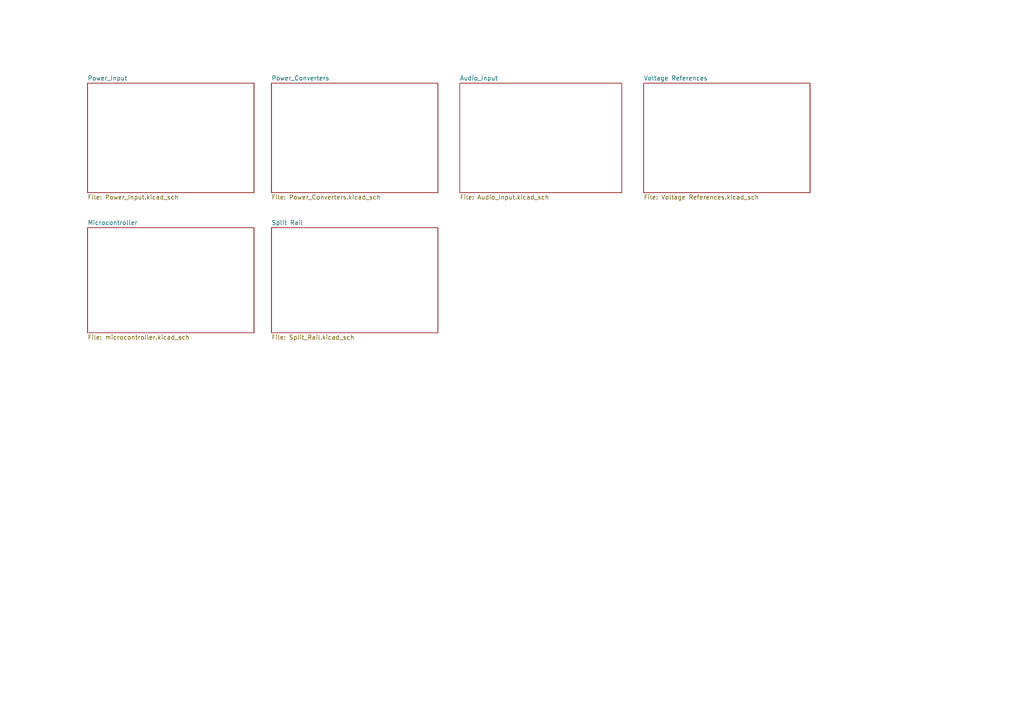
<source format=kicad_sch>
(kicad_sch
	(version 20231120)
	(generator "eeschema")
	(generator_version "8.0")
	(uuid "04a6a617-f7af-4f67-885b-c0b286b5e470")
	(paper "A4")
	(lib_symbols)
	(sheet
		(at 25.4 66.04)
		(size 48.26 30.48)
		(fields_autoplaced yes)
		(stroke
			(width 0.1524)
			(type solid)
		)
		(fill
			(color 0 0 0 0.0000)
		)
		(uuid "2647d710-b0ca-4596-800f-abbf74baf37b")
		(property "Sheetname" "Microcontroller"
			(at 25.4 65.3284 0)
			(effects
				(font
					(size 1.27 1.27)
				)
				(justify left bottom)
			)
		)
		(property "Sheetfile" "microcontroller.kicad_sch"
			(at 25.4 97.1046 0)
			(effects
				(font
					(size 1.27 1.27)
				)
				(justify left top)
			)
		)
		(instances
			(project "Power"
				(path "/04a6a617-f7af-4f67-885b-c0b286b5e470"
					(page "6")
				)
			)
		)
	)
	(sheet
		(at 186.69 24.13)
		(size 48.26 31.75)
		(fields_autoplaced yes)
		(stroke
			(width 0.1524)
			(type solid)
		)
		(fill
			(color 0 0 0 0.0000)
		)
		(uuid "4cf4989c-6448-474d-8ebc-d5acdee72528")
		(property "Sheetname" "Voltage References"
			(at 186.69 23.4184 0)
			(effects
				(font
					(size 1.27 1.27)
				)
				(justify left bottom)
			)
		)
		(property "Sheetfile" "Voltage References.kicad_sch"
			(at 186.69 56.4646 0)
			(effects
				(font
					(size 1.27 1.27)
				)
				(justify left top)
			)
		)
		(instances
			(project "Power"
				(path "/04a6a617-f7af-4f67-885b-c0b286b5e470"
					(page "5")
				)
			)
		)
	)
	(sheet
		(at 78.74 66.04)
		(size 48.26 30.48)
		(fields_autoplaced yes)
		(stroke
			(width 0.1524)
			(type solid)
		)
		(fill
			(color 0 0 0 0.0000)
		)
		(uuid "704ddd92-d727-4929-91f7-8765bca8ebaf")
		(property "Sheetname" "Split Rail"
			(at 78.74 65.3284 0)
			(effects
				(font
					(size 1.27 1.27)
				)
				(justify left bottom)
			)
		)
		(property "Sheetfile" "Split_Rail.kicad_sch"
			(at 78.74 97.1046 0)
			(effects
				(font
					(size 1.27 1.27)
				)
				(justify left top)
			)
		)
		(instances
			(project "Power"
				(path "/04a6a617-f7af-4f67-885b-c0b286b5e470"
					(page "7")
				)
			)
		)
	)
	(sheet
		(at 133.35 24.13)
		(size 46.99 31.75)
		(fields_autoplaced yes)
		(stroke
			(width 0.1524)
			(type solid)
		)
		(fill
			(color 0 0 0 0.0000)
		)
		(uuid "a5dde16e-ad35-481b-97f1-4dbe41478f0e")
		(property "Sheetname" "Audio_Input"
			(at 133.35 23.4184 0)
			(effects
				(font
					(size 1.27 1.27)
				)
				(justify left bottom)
			)
		)
		(property "Sheetfile" "Audio_Input.kicad_sch"
			(at 133.35 56.4646 0)
			(effects
				(font
					(size 1.27 1.27)
				)
				(justify left top)
			)
		)
		(instances
			(project "Power"
				(path "/04a6a617-f7af-4f67-885b-c0b286b5e470"
					(page "4")
				)
			)
		)
	)
	(sheet
		(at 78.74 24.13)
		(size 48.26 31.75)
		(fields_autoplaced yes)
		(stroke
			(width 0.1524)
			(type solid)
		)
		(fill
			(color 0 0 0 0.0000)
		)
		(uuid "ab3c0bc8-572e-44a2-9fcf-d82f88fb6164")
		(property "Sheetname" "Power_Converters"
			(at 78.74 23.4184 0)
			(effects
				(font
					(size 1.27 1.27)
				)
				(justify left bottom)
			)
		)
		(property "Sheetfile" "Power_Converters.kicad_sch"
			(at 78.74 56.4646 0)
			(effects
				(font
					(size 1.27 1.27)
				)
				(justify left top)
			)
		)
		(instances
			(project "Power"
				(path "/04a6a617-f7af-4f67-885b-c0b286b5e470"
					(page "3")
				)
			)
		)
	)
	(sheet
		(at 25.4 24.13)
		(size 48.26 31.75)
		(fields_autoplaced yes)
		(stroke
			(width 0.1524)
			(type solid)
		)
		(fill
			(color 0 0 0 0.0000)
		)
		(uuid "c00e82d1-b41d-44a1-9ef3-53a798106df5")
		(property "Sheetname" "Power_Input"
			(at 25.4 23.4184 0)
			(effects
				(font
					(size 1.27 1.27)
				)
				(justify left bottom)
			)
		)
		(property "Sheetfile" "Power_Input.kicad_sch"
			(at 25.4 56.4646 0)
			(effects
				(font
					(size 1.27 1.27)
				)
				(justify left top)
			)
		)
		(instances
			(project "Power"
				(path "/04a6a617-f7af-4f67-885b-c0b286b5e470"
					(page "2")
				)
			)
		)
	)
	(sheet_instances
		(path "/"
			(page "1")
		)
	)
)

</source>
